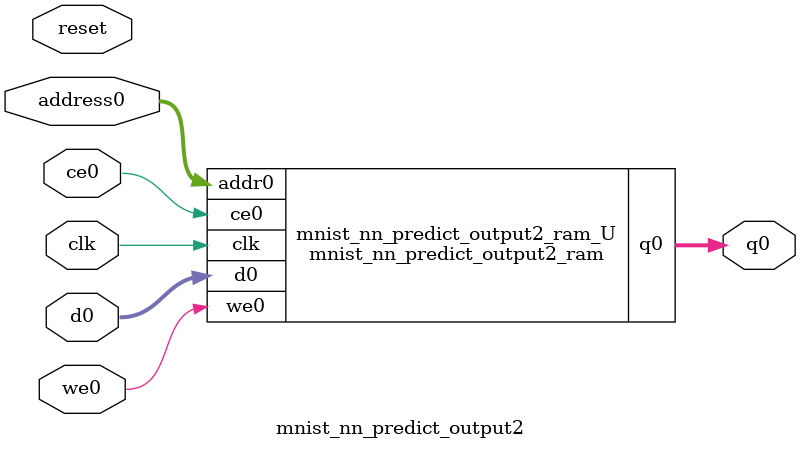
<source format=v>
`timescale 1 ns / 1 ps
module mnist_nn_predict_output2_ram (addr0, ce0, d0, we0, q0,  clk);

parameter DWIDTH = 32;
parameter AWIDTH = 5;
parameter MEM_SIZE = 32;

input[AWIDTH-1:0] addr0;
input ce0;
input[DWIDTH-1:0] d0;
input we0;
output reg[DWIDTH-1:0] q0;
input clk;

(* ram_style = "block" *)reg [DWIDTH-1:0] ram[0:MEM_SIZE-1];




always @(posedge clk)  
begin 
    if (ce0) 
    begin
        if (we0) 
        begin 
            ram[addr0] <= d0; 
        end 
        q0 <= ram[addr0];
    end
end


endmodule

`timescale 1 ns / 1 ps
module mnist_nn_predict_output2(
    reset,
    clk,
    address0,
    ce0,
    we0,
    d0,
    q0);

parameter DataWidth = 32'd32;
parameter AddressRange = 32'd32;
parameter AddressWidth = 32'd5;
input reset;
input clk;
input[AddressWidth - 1:0] address0;
input ce0;
input we0;
input[DataWidth - 1:0] d0;
output[DataWidth - 1:0] q0;



mnist_nn_predict_output2_ram mnist_nn_predict_output2_ram_U(
    .clk( clk ),
    .addr0( address0 ),
    .ce0( ce0 ),
    .we0( we0 ),
    .d0( d0 ),
    .q0( q0 ));

endmodule


</source>
